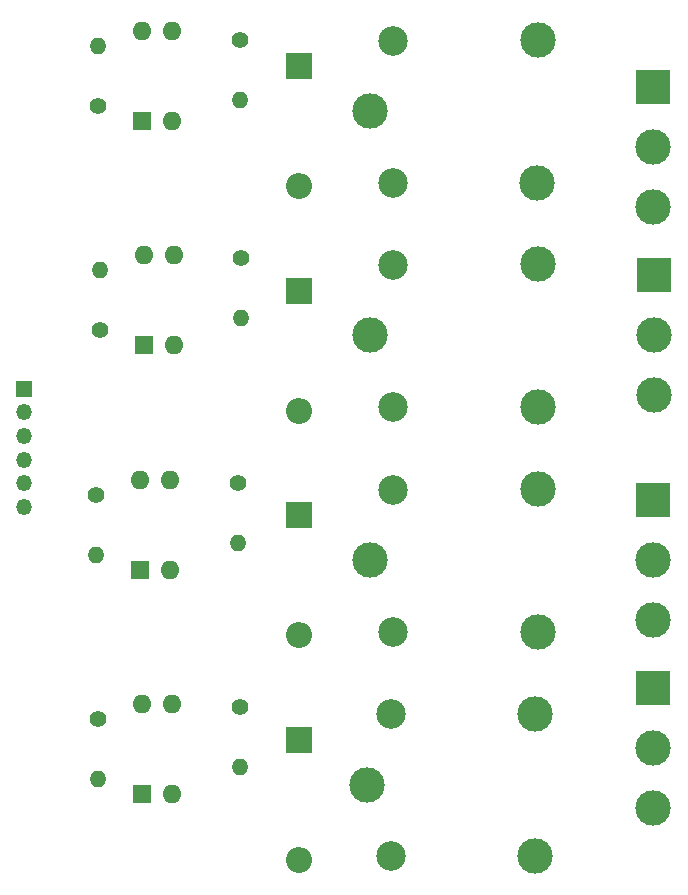
<source format=gbs>
G04 #@! TF.GenerationSoftware,KiCad,Pcbnew,8.0.6*
G04 #@! TF.CreationDate,2025-05-08T21:35:26+02:00*
G04 #@! TF.ProjectId,Relay_board,52656c61-795f-4626-9f61-72642e6b6963,rev?*
G04 #@! TF.SameCoordinates,Original*
G04 #@! TF.FileFunction,Soldermask,Bot*
G04 #@! TF.FilePolarity,Negative*
%FSLAX46Y46*%
G04 Gerber Fmt 4.6, Leading zero omitted, Abs format (unit mm)*
G04 Created by KiCad (PCBNEW 8.0.6) date 2025-05-08 21:35:26*
%MOMM*%
%LPD*%
G01*
G04 APERTURE LIST*
%ADD10C,1.400000*%
%ADD11O,1.400000X1.400000*%
%ADD12R,3.000000X3.000000*%
%ADD13C,3.000000*%
%ADD14R,1.600000X1.600000*%
%ADD15O,1.600000X1.600000*%
%ADD16C,2.500000*%
%ADD17R,2.200000X2.200000*%
%ADD18O,2.200000X2.200000*%
%ADD19R,1.350000X1.350000*%
%ADD20O,1.350000X1.350000*%
G04 APERTURE END LIST*
D10*
X125125000Y-75460000D03*
D11*
X125125000Y-80540000D03*
D12*
X160050000Y-76870000D03*
D13*
X160050000Y-81950000D03*
X160050000Y-87030000D03*
D10*
X124810000Y-94460000D03*
D11*
X124810000Y-99540000D03*
D14*
X116725000Y-120800000D03*
D15*
X119265000Y-120800000D03*
X119265000Y-113180000D03*
X116725000Y-113180000D03*
D12*
X160000000Y-60920000D03*
D13*
X160000000Y-66000000D03*
X160000000Y-71080000D03*
X136050000Y-101000000D03*
D16*
X138000000Y-107050000D03*
D13*
X150200000Y-107050000D03*
X150250000Y-95000000D03*
D16*
X138000000Y-95050000D03*
D12*
X160000000Y-111840000D03*
D13*
X160000000Y-116920000D03*
X160000000Y-122000000D03*
D12*
X160000000Y-95920000D03*
D13*
X160000000Y-101000000D03*
X160000000Y-106080000D03*
D17*
X130000000Y-78190000D03*
D18*
X130000000Y-88350000D03*
D17*
X130000000Y-116190000D03*
D18*
X130000000Y-126350000D03*
D10*
X125000000Y-113460000D03*
D11*
X125000000Y-118540000D03*
D10*
X113000000Y-62540000D03*
D11*
X113000000Y-57460000D03*
D10*
X125000000Y-57000000D03*
D11*
X125000000Y-62080000D03*
D10*
X112810000Y-95460000D03*
D11*
X112810000Y-100540000D03*
D13*
X136000000Y-63000000D03*
D16*
X137950000Y-69050000D03*
D13*
X150150000Y-69050000D03*
X150200000Y-57000000D03*
D16*
X137950000Y-57050000D03*
D14*
X116850000Y-82800000D03*
D15*
X119390000Y-82800000D03*
X119390000Y-75180000D03*
X116850000Y-75180000D03*
D17*
X130000000Y-97190000D03*
D18*
X130000000Y-107350000D03*
D13*
X136050000Y-81950000D03*
D16*
X138000000Y-88000000D03*
D13*
X150200000Y-88000000D03*
X150250000Y-75950000D03*
D16*
X138000000Y-76000000D03*
D10*
X113000000Y-114460000D03*
D11*
X113000000Y-119540000D03*
D17*
X130000000Y-59190000D03*
D18*
X130000000Y-69350000D03*
D10*
X113125000Y-81540000D03*
D11*
X113125000Y-76460000D03*
D14*
X116725000Y-63800000D03*
D15*
X119265000Y-63800000D03*
X119265000Y-56180000D03*
X116725000Y-56180000D03*
D13*
X135800000Y-120000000D03*
D16*
X137750000Y-126050000D03*
D13*
X149950000Y-126050000D03*
X150000000Y-114000000D03*
D16*
X137750000Y-114050000D03*
D14*
X116535000Y-101800000D03*
D15*
X119075000Y-101800000D03*
X119075000Y-94180000D03*
X116535000Y-94180000D03*
D19*
X106750000Y-86500000D03*
D20*
X106750000Y-88500000D03*
X106750000Y-90500000D03*
X106750000Y-92500000D03*
X106750000Y-94500000D03*
X106750000Y-96500000D03*
M02*

</source>
